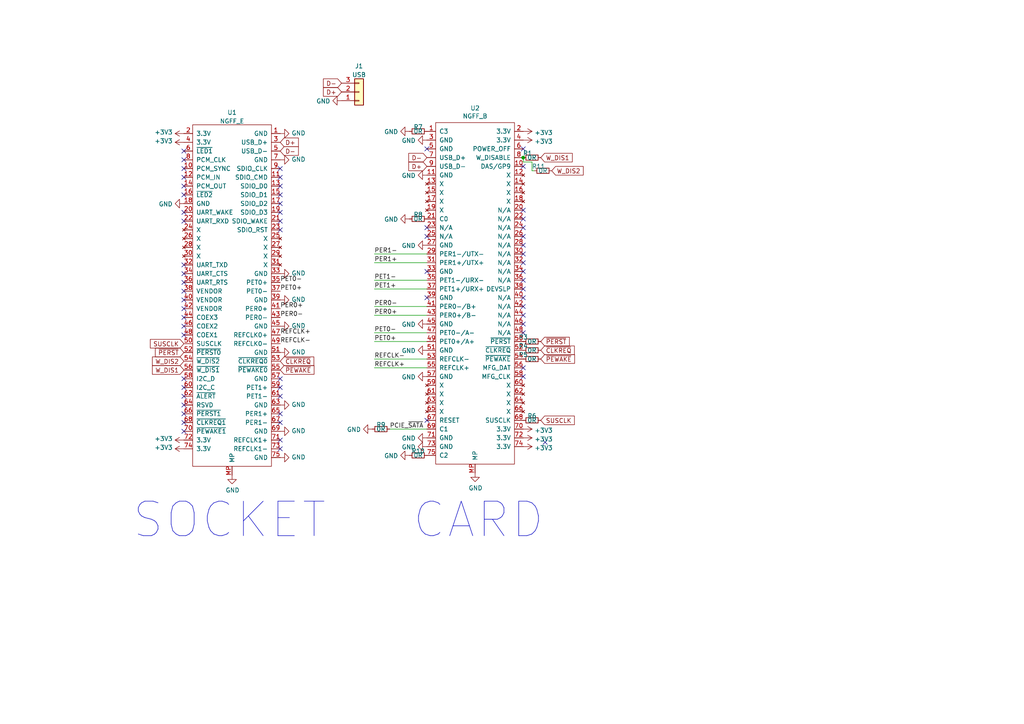
<source format=kicad_sch>
(kicad_sch (version 20211123) (generator eeschema)
  (paper "A4")
  (lib_symbols
    (symbol "Connector_Generic:Conn_01x03" (pin_names (offset 1.016) hide)
      (property "Reference" "J" (at 0 5.08 0))
      (property "Value" "Conn_01x03" (at 0 -5.08 0))
      (symbol "Conn_01x03_1_1"
        (rectangle (start -1.27 -2.413) (end 0 -2.667) (stroke (width 0.1524)))
        (rectangle (start -1.27 0.127) (end 0 -0.127) (stroke (width 0.1524)))
        (rectangle (start -1.27 2.667) (end 0 2.413) (stroke (width 0.1524)))
        (rectangle (start -1.27 3.81) (end 1.27 -3.81) (stroke (width 0.254)) (fill (type background)))
        (pin passive line (at -5.08 2.54 0) (length 3.81) (name "Pin_1") (number "1"))
        (pin passive line (at -5.08 0 0) (length 3.81) (name "Pin_2") (number "2"))
        (pin passive line (at -5.08 -2.54 0) (length 3.81) (name "Pin_3") (number "3"))
      )
    )
    (symbol "Device:R_Small" (pin_numbers hide) (pin_names (offset 0.254) hide)
      (property "Reference" "R" (at 0.762 0.508 0))
      (property "Value" "R_Small" (at 0.762 -1.016 0))
      (symbol "R_Small_0_1"
        (rectangle (start -0.762 1.778) (end 0.762 -1.778) (stroke (width 0.2032)))
      )
      (symbol "R_Small_1_1"
        (pin passive line (at 0 2.54 270) (length 0.762) (name "~") (number "1"))
        (pin passive line (at 0 -2.54 90) (length 0.762) (name "~") (number "2"))
      )
    )
    (symbol "nvme:NGFF_BM" (pin_names (offset 1.016))
      (property "Reference" "U" (at -10.16 35.56 0))
      (property "Value" "NGFF_BM" (at -7.62 -66.04 0))
      (symbol "NGFF_BM_0_1"
        (rectangle (start -11.43 34.29) (end 11.43 -64.77))
      )
      (symbol "NGFF_BM_1_1"
        (pin input line (at -13.97 31.75 0) (length 2.54) (name "C3") (number "1"))
        (pin input line (at 13.97 21.59 180) (length 2.54) (name "DAS/GP9") (number "10"))
        (pin input line (at -13.97 19.05 0) (length 2.54) (name "GND") (number "11"))
        (pin no_connect line (at 13.97 19.05 180) (length 2.54) (name "X") (number "12"))
        (pin no_connect line (at -13.97 16.51 0) (length 2.54) (name "X") (number "13"))
        (pin no_connect line (at 13.97 16.51 180) (length 2.54) (name "X") (number "14"))
        (pin no_connect line (at -13.97 13.97 0) (length 2.54) (name "X") (number "15"))
        (pin no_connect line (at 13.97 13.97 180) (length 2.54) (name "X") (number "16"))
        (pin no_connect line (at -13.97 11.43 0) (length 2.54) (name "X") (number "17"))
        (pin no_connect line (at 13.97 11.43 180) (length 2.54) (name "X") (number "18"))
        (pin no_connect line (at -13.97 8.89 0) (length 2.54) (name "X") (number "19"))
        (pin input line (at 13.97 31.75 180) (length 2.54) (name "3.3V") (number "2"))
        (pin input line (at 13.97 8.89 180) (length 2.54) (name "N/A") (number "20"))
        (pin input line (at -13.97 6.35 0) (length 2.54) (name "C0") (number "21"))
        (pin input line (at 13.97 6.35 180) (length 2.54) (name "N/A") (number "22"))
        (pin input line (at -13.97 3.81 0) (length 2.54) (name "N/A") (number "23"))
        (pin input line (at 13.97 3.81 180) (length 2.54) (name "N/A") (number "24"))
        (pin input line (at -13.97 1.27 0) (length 2.54) (name "N/A") (number "25"))
        (pin input line (at 13.97 1.27 180) (length 2.54) (name "N/A") (number "26"))
        (pin input line (at -13.97 -1.27 0) (length 2.54) (name "GND") (number "27"))
        (pin input line (at 13.97 -1.27 180) (length 2.54) (name "N/A") (number "28"))
        (pin input line (at -13.97 -3.81 0) (length 2.54) (name "PER1-/UTX-") (number "29"))
        (pin input line (at -13.97 29.21 0) (length 2.54) (name "GND") (number "3"))
        (pin input line (at 13.97 -3.81 180) (length 2.54) (name "N/A") (number "30"))
        (pin input line (at -13.97 -6.35 0) (length 2.54) (name "PER1+/UTX+") (number "31"))
        (pin input line (at 13.97 -6.35 180) (length 2.54) (name "N/A") (number "32"))
        (pin input line (at -13.97 -8.89 0) (length 2.54) (name "GND") (number "33"))
        (pin input line (at 13.97 -8.89 180) (length 2.54) (name "N/A") (number "34"))
        (pin input line (at -13.97 -11.43 0) (length 2.54) (name "PET1-/URX-") (number "35"))
        (pin input line (at 13.97 -11.43 180) (length 2.54) (name "N/A") (number "36"))
        (pin input line (at -13.97 -13.97 0) (length 2.54) (name "PET1+/URX+") (number "37"))
        (pin input line (at 13.97 -13.97 180) (length 2.54) (name "DEVSLP") (number "38"))
        (pin input line (at -13.97 -16.51 0) (length 2.54) (name "GND") (number "39"))
        (pin input line (at 13.97 29.21 180) (length 2.54) (name "3.3V") (number "4"))
        (pin input line (at 13.97 -16.51 180) (length 2.54) (name "N/A") (number "40"))
        (pin input line (at -13.97 -19.05 0) (length 2.54) (name "PER0-/B+") (number "41"))
        (pin input line (at 13.97 -19.05 180) (length 2.54) (name "N/A") (number "42"))
        (pin input line (at -13.97 -21.59 0) (length 2.54) (name "PER0+/B-") (number "43"))
        (pin input line (at 13.97 -21.59 180) (length 2.54) (name "N/A") (number "44"))
        (pin input line (at -13.97 -24.13 0) (length 2.54) (name "GND") (number "45"))
        (pin input line (at 13.97 -24.13 180) (length 2.54) (name "N/A") (number "46"))
        (pin input line (at -13.97 -26.67 0) (length 2.54) (name "PET0-/A-") (number "47"))
        (pin input line (at 13.97 -26.67 180) (length 2.54) (name "N/A") (number "48"))
        (pin input line (at -13.97 -29.21 0) (length 2.54) (name "PET0+/A+") (number "49"))
        (pin input line (at -13.97 26.67 0) (length 2.54) (name "GND") (number "5"))
        (pin input line (at 13.97 -29.21 180) (length 2.54) (name "~{PERST}") (number "50"))
        (pin input line (at -13.97 -31.75 0) (length 2.54) (name "GND") (number "51"))
        (pin input line (at 13.97 -31.75 180) (length 2.54) (name "~{CLKREQ}") (number "52"))
        (pin input line (at -13.97 -34.29 0) (length 2.54) (name "REFCLK-") (number "53"))
        (pin input line (at 13.97 -34.29 180) (length 2.54) (name "~{PEWAKE}") (number "54"))
        (pin input line (at -13.97 -36.83 0) (length 2.54) (name "REFCLK+") (number "55"))
        (pin input line (at 13.97 -36.83 180) (length 2.54) (name "MFG_DAT") (number "56"))
        (pin input line (at -13.97 -39.37 0) (length 2.54) (name "GND") (number "57"))
        (pin input line (at 13.97 -39.37 180) (length 2.54) (name "MFG_CLK") (number "58"))
        (pin no_connect line (at -13.97 -41.91 0) (length 2.54) (name "X") (number "59"))
        (pin input line (at 13.97 26.67 180) (length 2.54) (name "POWER_OFF") (number "6"))
        (pin no_connect line (at 13.97 -41.91 180) (length 2.54) (name "X") (number "60"))
        (pin no_connect line (at -13.97 -44.45 0) (length 2.54) (name "X") (number "61"))
        (pin no_connect line (at 13.97 -44.45 180) (length 2.54) (name "X") (number "62"))
        (pin no_connect line (at -13.97 -46.99 0) (length 2.54) (name "X") (number "63"))
        (pin no_connect line (at 13.97 -46.99 180) (length 2.54) (name "X") (number "64"))
        (pin no_connect line (at -13.97 -49.53 0) (length 2.54) (name "X") (number "65"))
        (pin no_connect line (at 13.97 -49.53 180) (length 2.54) (name "X") (number "66"))
        (pin input line (at -13.97 -52.07 0) (length 2.54) (name "RESET") (number "67"))
        (pin input line (at 13.97 -52.07 180) (length 2.54) (name "SUSCLK") (number "68"))
        (pin input line (at -13.97 -54.61 0) (length 2.54) (name "C1") (number "69"))
        (pin input line (at -13.97 24.13 0) (length 2.54) (name "USB_D+") (number "7"))
        (pin input line (at 13.97 -54.61 180) (length 2.54) (name "3.3V") (number "70"))
        (pin input line (at -13.97 -57.15 0) (length 2.54) (name "GND") (number "71"))
        (pin input line (at 13.97 -57.15 180) (length 2.54) (name "3.3V") (number "72"))
        (pin input line (at -13.97 -59.69 0) (length 2.54) (name "GND") (number "73"))
        (pin input line (at 13.97 -59.69 180) (length 2.54) (name "3.3V") (number "74"))
        (pin input line (at -13.97 -62.23 0) (length 2.54) (name "C2") (number "75"))
        (pin input line (at 13.97 24.13 180) (length 2.54) (name "W_DISABLE") (number "8"))
        (pin input line (at -13.97 21.59 0) (length 2.54) (name "USB_D-") (number "9"))
        (pin input line (at 0 -67.31 90) (length 2.54) (name "MP") (number "MP"))
      )
    )
    (symbol "nvme:NGFF_E" (pin_names (offset 1.016))
      (property "Reference" "U" (at -10.16 35.56 0))
      (property "Value" "NGFF_E" (at -7.62 -66.04 0))
      (symbol "NGFF_E_0_1"
        (rectangle (start -11.43 34.29) (end 11.43 -64.77))
      )
      (symbol "NGFF_E_1_1"
        (pin input line (at -13.97 31.75 0) (length 2.54) (name "GND") (number "1"))
        (pin input line (at 13.97 21.59 180) (length 2.54) (name "PCM_SYNC") (number "10"))
        (pin input line (at -13.97 19.05 0) (length 2.54) (name "SDIO_CMD") (number "11"))
        (pin input line (at 13.97 19.05 180) (length 2.54) (name "PCM_IN") (number "12"))
        (pin input line (at -13.97 16.51 0) (length 2.54) (name "SDIO_D0") (number "13"))
        (pin input line (at 13.97 16.51 180) (length 2.54) (name "PCM_OUT") (number "14"))
        (pin input line (at -13.97 13.97 0) (length 2.54) (name "SDIO_D1") (number "15"))
        (pin input line (at 13.97 13.97 180) (length 2.54) (name "~{LED2}") (number "16"))
        (pin input line (at -13.97 11.43 0) (length 2.54) (name "SDIO_D2") (number "17"))
        (pin input line (at 13.97 11.43 180) (length 2.54) (name "GND") (number "18"))
        (pin input line (at -13.97 8.89 0) (length 2.54) (name "SDIO_D3") (number "19"))
        (pin input line (at 13.97 31.75 180) (length 2.54) (name "3.3V") (number "2"))
        (pin input line (at 13.97 8.89 180) (length 2.54) (name "UART_WAKE") (number "20"))
        (pin input line (at -13.97 6.35 0) (length 2.54) (name "SDIO_WAKE") (number "21"))
        (pin input line (at 13.97 6.35 180) (length 2.54) (name "UART_RXD") (number "22"))
        (pin input line (at -13.97 3.81 0) (length 2.54) (name "SDIO_RST") (number "23"))
        (pin no_connect line (at 13.97 3.81 180) (length 2.54) (name "X") (number "24"))
        (pin no_connect line (at -13.97 1.27 0) (length 2.54) (name "X") (number "25"))
        (pin no_connect line (at 13.97 1.27 180) (length 2.54) (name "X") (number "26"))
        (pin no_connect line (at -13.97 -1.27 0) (length 2.54) (name "X") (number "27"))
        (pin no_connect line (at 13.97 -1.27 180) (length 2.54) (name "X") (number "28"))
        (pin no_connect line (at -13.97 -3.81 0) (length 2.54) (name "X") (number "29"))
        (pin input line (at -13.97 29.21 0) (length 2.54) (name "USB_D+") (number "3"))
        (pin no_connect line (at 13.97 -3.81 180) (length 2.54) (name "X") (number "30"))
        (pin no_connect line (at -13.97 -6.35 0) (length 2.54) (name "X") (number "31"))
        (pin input line (at 13.97 -6.35 180) (length 2.54) (name "UART_TXD") (number "32"))
        (pin input line (at -13.97 -8.89 0) (length 2.54) (name "GND") (number "33"))
        (pin input line (at 13.97 -8.89 180) (length 2.54) (name "UART_CTS") (number "34"))
        (pin input line (at -13.97 -11.43 0) (length 2.54) (name "PET0+") (number "35"))
        (pin input line (at 13.97 -11.43 180) (length 2.54) (name "UART_RTS") (number "36"))
        (pin input line (at -13.97 -13.97 0) (length 2.54) (name "PET0-") (number "37"))
        (pin input line (at 13.97 -13.97 180) (length 2.54) (name "VENDOR") (number "38"))
        (pin input line (at -13.97 -16.51 0) (length 2.54) (name "GND") (number "39"))
        (pin input line (at 13.97 29.21 180) (length 2.54) (name "3.3V") (number "4"))
        (pin input line (at 13.97 -16.51 180) (length 2.54) (name "VENDOR") (number "40"))
        (pin input line (at -13.97 -19.05 0) (length 2.54) (name "PER0+") (number "41"))
        (pin input line (at 13.97 -19.05 180) (length 2.54) (name "VENDOR") (number "42"))
        (pin input line (at -13.97 -21.59 0) (length 2.54) (name "PER0-") (number "43"))
        (pin input line (at 13.97 -21.59 180) (length 2.54) (name "COEX3") (number "44"))
        (pin input line (at -13.97 -24.13 0) (length 2.54) (name "GND") (number "45"))
        (pin input line (at 13.97 -24.13 180) (length 2.54) (name "COEX2") (number "46"))
        (pin input line (at -13.97 -26.67 0) (length 2.54) (name "REFCLK0+") (number "47"))
        (pin input line (at 13.97 -26.67 180) (length 2.54) (name "COEX1") (number "48"))
        (pin input line (at -13.97 -29.21 0) (length 2.54) (name "REFCLK0-") (number "49"))
        (pin input line (at -13.97 26.67 0) (length 2.54) (name "USB_D-") (number "5"))
        (pin input line (at 13.97 -29.21 180) (length 2.54) (name "SUSCLK") (number "50"))
        (pin input line (at -13.97 -31.75 0) (length 2.54) (name "GND") (number "51"))
        (pin input line (at 13.97 -31.75 180) (length 2.54) (name "~{PERST0}") (number "52"))
        (pin input line (at -13.97 -34.29 0) (length 2.54) (name "~{CLKREQ0}") (number "53"))
        (pin input line (at 13.97 -34.29 180) (length 2.54) (name "~{W_DIS2}") (number "54"))
        (pin input line (at -13.97 -36.83 0) (length 2.54) (name "~{PEWAKE0}") (number "55"))
        (pin input line (at 13.97 -36.83 180) (length 2.54) (name "~{W_DIS1}") (number "56"))
        (pin input line (at -13.97 -39.37 0) (length 2.54) (name "GND") (number "57"))
        (pin input line (at 13.97 -39.37 180) (length 2.54) (name "I2C_D") (number "58"))
        (pin input line (at -13.97 -41.91 0) (length 2.54) (name "PET1+") (number "59"))
        (pin input line (at 13.97 26.67 180) (length 2.54) (name "~{LED1}") (number "6"))
        (pin input line (at 13.97 -41.91 180) (length 2.54) (name "I2C_C") (number "60"))
        (pin input line (at -13.97 -44.45 0) (length 2.54) (name "PET1-") (number "61"))
        (pin input line (at 13.97 -44.45 180) (length 2.54) (name "~{ALERT}") (number "62"))
        (pin input line (at -13.97 -46.99 0) (length 2.54) (name "GND") (number "63"))
        (pin input line (at 13.97 -46.99 180) (length 2.54) (name "RSVD") (number "64"))
        (pin input line (at -13.97 -49.53 0) (length 2.54) (name "PER1+") (number "65"))
        (pin input line (at 13.97 -49.53 180) (length 2.54) (name "~{PERST1}") (number "66"))
        (pin input line (at -13.97 -52.07 0) (length 2.54) (name "PER1-") (number "67"))
        (pin input line (at 13.97 -52.07 180) (length 2.54) (name "~{CLKREQ1}") (number "68"))
        (pin input line (at -13.97 -54.61 0) (length 2.54) (name "GND") (number "69"))
        (pin input line (at -13.97 24.13 0) (length 2.54) (name "GND") (number "7"))
        (pin input line (at 13.97 -54.61 180) (length 2.54) (name "~{PEWAKE1}") (number "70"))
        (pin input line (at -13.97 -57.15 0) (length 2.54) (name "REFCLK1+") (number "71"))
        (pin input line (at 13.97 -57.15 180) (length 2.54) (name "3.3V") (number "72"))
        (pin input line (at -13.97 -59.69 0) (length 2.54) (name "REFCLK1-") (number "73"))
        (pin input line (at 13.97 -59.69 180) (length 2.54) (name "3.3V") (number "74"))
        (pin input line (at -13.97 -62.23 0) (length 2.54) (name "GND") (number "75"))
        (pin input line (at 13.97 24.13 180) (length 2.54) (name "PCM_CLK") (number "8"))
        (pin input line (at -13.97 21.59 0) (length 2.54) (name "SDIO_CLK") (number "9"))
        (pin input line (at 0 -67.31 90) (length 2.54) (name "MP") (number "MP"))
      )
    )
    (symbol "nvme_bm_to_m-rescue:+3.3V-power" (power) (pin_names (offset 0))
      (property "Value" "+3.3V-power" (at 0 3.556 0))
      (symbol "+3.3V-power_0_1"
        (polyline (pts (xy -0.762 1.27) (xy 0 2.54)))
        (polyline (pts (xy 0 0) (xy 0 2.54)))
        (polyline (pts (xy 0 2.54) (xy 0.762 1.27)))
      )
      (symbol "+3.3V-power_1_1"
        (pin power_in line (at 0 0 90) (length 0) hide (name "+3V3") (number "1"))
      )
    )
    (symbol "power:GND" (power) (pin_names (offset 0))
      (property "Value" "GND" (at 0 -3.81 0))
      (symbol "GND_0_1"
        (polyline (pts (xy 0 0) (xy 0 -1.27) (xy 1.27 -1.27) (xy 0 -2.54) (xy -1.27 -1.27) (xy 0 -1.27)))
      )
      (symbol "GND_1_1"
        (pin power_in line (at 0 0 270) (length 0) hide (name "GND") (number "1"))
      )
    )
  )
  (junction (at 151.765 45.72))
  (no_connect (at 151.765 73.66))
  (no_connect (at 151.765 109.22))
  (no_connect (at 123.825 68.58))
  (no_connect (at 151.765 96.52))
  (no_connect (at 81.28 130.175))
  (no_connect (at 151.765 63.5))
  (no_connect (at 151.765 106.68))
  (no_connect (at 53.34 84.455))
  (no_connect (at 53.34 81.915))
  (no_connect (at 53.34 79.375))
  (no_connect (at 53.34 61.595))
  (no_connect (at 53.34 76.835))
  (no_connect (at 53.34 64.135))
  (no_connect (at 123.825 66.04))
  (no_connect (at 81.28 64.135))
  (no_connect (at 151.765 93.98))
  (no_connect (at 81.28 109.855))
  (no_connect (at 81.28 61.595))
  (no_connect (at 81.28 48.895))
  (no_connect (at 81.28 53.975))
  (no_connect (at 81.28 51.435))
  (no_connect (at 123.825 121.92))
  (no_connect (at 81.28 120.015))
  (no_connect (at 81.28 122.555))
  (no_connect (at 53.34 125.095))
  (no_connect (at 53.34 122.555))
  (no_connect (at 53.34 120.015))
  (no_connect (at 53.34 117.475))
  (no_connect (at 53.34 114.935))
  (no_connect (at 53.34 112.395))
  (no_connect (at 53.34 109.855))
  (no_connect (at 53.34 43.815))
  (no_connect (at 151.765 43.18))
  (no_connect (at 158.115 128.27))
  (no_connect (at 123.825 43.18))
  (no_connect (at 81.28 56.515))
  (no_connect (at 151.765 60.96))
  (no_connect (at 151.765 66.04))
  (no_connect (at 151.765 76.2))
  (no_connect (at 123.825 78.74))
  (no_connect (at 123.825 86.36))
  (no_connect (at 151.765 91.44))
  (no_connect (at 151.765 68.58))
  (no_connect (at 53.34 97.155))
  (no_connect (at 53.34 94.615))
  (no_connect (at 53.34 92.075))
  (no_connect (at 53.34 89.535))
  (no_connect (at 53.34 86.995))
  (no_connect (at 151.765 86.36))
  (no_connect (at 53.34 48.895))
  (no_connect (at 53.34 51.435))
  (no_connect (at 53.34 53.975))
  (no_connect (at 53.34 56.515))
  (no_connect (at 151.765 81.28))
  (no_connect (at 81.28 112.395))
  (no_connect (at 81.28 127.635))
  (no_connect (at 151.765 78.74))
  (no_connect (at 81.28 59.055))
  (no_connect (at 53.34 46.355))
  (no_connect (at 151.765 83.82))
  (no_connect (at 81.28 66.675))
  (no_connect (at 151.765 71.12))
  (no_connect (at 151.765 88.9))
  (no_connect (at 151.765 48.26))
  (no_connect (at 81.28 114.935))
  (wire (pts (xy 123.825 81.28) (xy 108.585 81.28)))
  (wire (pts (xy 151.765 45.72) (xy 151.765 46.99)))
  (wire (pts (xy 151.765 46.99) (xy 154.305 46.99)))
  (wire (pts (xy 123.825 106.68) (xy 108.585 106.68)))
  (wire (pts (xy 123.825 99.06) (xy 108.585 99.06)))
  (wire (pts (xy 154.305 46.99) (xy 154.305 49.53)))
  (wire (pts (xy 123.825 76.2) (xy 108.585 76.2)))
  (wire (pts (xy 108.585 104.14) (xy 123.825 104.14)))
  (wire (pts (xy 108.585 96.52) (xy 123.825 96.52)))
  (wire (pts (xy 113.03 124.46) (xy 123.825 124.46)))
  (wire (pts (xy 108.585 83.82) (xy 123.825 83.82)))
  (wire (pts (xy 123.825 88.9) (xy 108.585 88.9)))
  (wire (pts (xy 154.305 49.53) (xy 154.94 49.53)))
  (wire (pts (xy 108.585 73.66) (xy 123.825 73.66)))
  (wire (pts (xy 108.585 91.44) (xy 123.825 91.44)))
  (text "CARD" (at 119.38 156.845 0) (effects (font (size 10.0076 10.0076)) (justify left bottom)))
  (text "SOCKET" (at 38.1 156.845 0) (effects (font (size 10.0076 10.0076)) (justify left bottom)))
  (label "REFCLK-" (at 108.585 104.14 0))
  (label "PET0+" (at 81.28 84.455 0))
  (label "PER1-" (at 108.585 73.66 0))
  (label "PET1+" (at 108.585 83.82 0))
  (label "PCIE_~{SATA}" (at 113.03 124.46 0))
  (label "PET0-" (at 108.585 96.52 0))
  (label "REFCLK+" (at 81.28 97.155 0))
  (label "PER0-" (at 81.28 92.075 0))
  (label "PER0+" (at 108.585 91.44 0))
  (label "PET0+" (at 108.585 99.06 0))
  (label "PER0+" (at 81.28 89.535 0))
  (label "PER0-" (at 108.585 88.9 0))
  (label "PET0-" (at 81.28 81.915 0))
  (label "REFCLK-" (at 81.28 99.695 0))
  (label "PET1-" (at 108.585 81.28 0))
  (label "REFCLK+" (at 108.585 106.68 0))
  (label "PER1+" (at 108.585 76.2 0))
  (global_label "D+" (shape input) (at 81.28 41.275 0) (property "Intersheet References" "${INTERSHEET_REFS}" (effects hide)))
  (global_label "W_DIS2" (shape input) (at 53.34 104.775 180) (property "Intersheet References" "${INTERSHEET_REFS}" (effects hide)))
  (global_label "D+" (shape input) (at 99.06 26.67 180) (property "Intersheet References" "${INTERSHEET_REFS}" (effects hide)))
  (global_label "~{PEWAKE}" (shape input) (at 81.28 107.315 0) (property "Intersheet References" "${INTERSHEET_REFS}" (effects hide)))
  (global_label "~{CLKREQ}" (shape input) (at 81.28 104.775 0) (property "Intersheet References" "${INTERSHEET_REFS}" (effects hide)))
  (global_label "SUSCLK" (shape input) (at 156.845 121.92 0) (property "Intersheet References" "${INTERSHEET_REFS}" (effects hide)))
  (global_label "~{CLKREQ}" (shape input) (at 156.845 101.6 0) (property "Intersheet References" "${INTERSHEET_REFS}" (effects hide)))
  (global_label "~{PERST}" (shape input) (at 53.34 102.235 180) (property "Intersheet References" "${INTERSHEET_REFS}" (effects hide)))
  (global_label "W_DIS1" (shape input) (at 53.34 107.315 180) (property "Intersheet References" "${INTERSHEET_REFS}" (effects hide)))
  (global_label "~{PEWAKE}" (shape input) (at 156.845 104.14 0) (property "Intersheet References" "${INTERSHEET_REFS}" (effects hide)))
  (global_label "D-" (shape input) (at 123.825 45.72 180) (property "Intersheet References" "${INTERSHEET_REFS}" (effects hide)))
  (global_label "W_DIS2" (shape input) (at 160.02 49.53 0) (property "Intersheet References" "${INTERSHEET_REFS}" (effects hide)))
  (global_label "W_DIS1" (shape input) (at 156.845 45.72 0) (property "Intersheet References" "${INTERSHEET_REFS}" (effects hide)))
  (global_label "~{PERST}" (shape input) (at 156.845 99.06 0) (property "Intersheet References" "${INTERSHEET_REFS}" (effects hide)))
  (global_label "D-" (shape input) (at 81.28 43.815 0) (property "Intersheet References" "${INTERSHEET_REFS}" (effects hide)))
  (global_label "SUSCLK" (shape input) (at 53.34 99.695 180) (property "Intersheet References" "${INTERSHEET_REFS}" (effects hide)))
  (global_label "D-" (shape input) (at 99.06 24.13 180) (property "Intersheet References" "${INTERSHEET_REFS}" (effects hide)))
  (global_label "D+" (shape input) (at 123.825 48.26 180) (property "Intersheet References" "${INTERSHEET_REFS}" (effects hide)))
  (symbol (lib_id "nvme:NGFF_BM") (at 137.795 69.85 0) (unit 1)
    (property "Reference" "U2" (at 137.795 31.369 0))
    (property "Value" "NGFF_B" (at 137.795 33.6804 0))
    (property "Footprint" "nvme_bm_to_m:NGFF_B+M" (effects hide))
  )
  (symbol (lib_id "power:GND") (at 123.825 129.54 270) (unit 1)
    (property "Reference" "#PWR0115" (effects hide))
    (property "Value" "GND" (at 120.5738 129.667 90) (effects (justify right)))
  )
  (symbol (lib_id "power:GND") (at 123.825 127 270) (unit 1)
    (property "Reference" "#PWR0116" (effects hide))
    (property "Value" "GND" (at 120.5738 127.127 90) (effects (justify right)))
  )
  (symbol (lib_id "power:GND") (at 123.825 109.22 270) (unit 1)
    (property "Reference" "#PWR0117" (effects hide))
    (property "Value" "GND" (at 120.5738 109.347 90) (effects (justify right)))
  )
  (symbol (lib_id "power:GND") (at 123.825 101.6 270) (unit 1)
    (property "Reference" "#PWR0118" (effects hide))
    (property "Value" "GND" (at 120.5738 101.727 90) (effects (justify right)))
  )
  (symbol (lib_id "power:GND") (at 123.825 93.98 270) (unit 1)
    (property "Reference" "#PWR0119" (effects hide))
    (property "Value" "GND" (at 120.5738 94.107 90) (effects (justify right)))
  )
  (symbol (lib_id "power:GND") (at 123.825 71.12 270) (unit 1)
    (property "Reference" "#PWR0122" (effects hide))
    (property "Value" "GND" (at 120.5738 71.247 90) (effects (justify right)))
  )
  (symbol (lib_id "power:GND") (at 123.825 40.64 270) (unit 1)
    (property "Reference" "#PWR0123" (effects hide))
    (property "Value" "GND" (at 120.5738 40.767 90) (effects (justify right)))
  )
  (symbol (lib_id "power:GND") (at 67.31 137.795 0) (unit 1)
    (property "Reference" "#PWR0142" (effects hide))
    (property "Value" "GND" (at 67.437 142.1892 0))
  )
  (symbol (lib_id "power:GND") (at 137.795 137.16 0) (unit 1)
    (property "Reference" "#PWR0143" (effects hide))
    (property "Value" "GND" (at 137.922 141.5542 0))
  )
  (symbol (lib_id "nvme_bm_to_m-rescue:+3.3V-power") (at 53.34 127.635 90) (unit 1)
    (property "Reference" "#PWR0125" (effects hide))
    (property "Value" "+3.3V" (at 50.0888 127.254 90) (effects (justify left)))
  )
  (symbol (lib_id "nvme_bm_to_m-rescue:+3.3V-power") (at 53.34 130.175 90) (unit 1)
    (property "Reference" "#PWR0126" (effects hide))
    (property "Value" "+3.3V" (at 50.0888 129.794 90) (effects (justify left)))
  )
  (symbol (lib_id "nvme_bm_to_m-rescue:+3.3V-power") (at 151.765 129.54 270) (unit 1)
    (property "Reference" "#PWR0127" (effects hide))
    (property "Value" "+3.3V" (at 155.0162 129.921 90) (effects (justify left)))
  )
  (symbol (lib_id "nvme_bm_to_m-rescue:+3.3V-power") (at 151.765 127 270) (unit 1)
    (property "Reference" "#PWR0128" (effects hide))
    (property "Value" "+3.3V" (at 155.0162 127.381 90) (effects (justify left)))
  )
  (symbol (lib_id "nvme_bm_to_m-rescue:+3.3V-power") (at 151.765 124.46 270) (unit 1)
    (property "Reference" "#PWR0129" (effects hide))
    (property "Value" "+3.3V" (at 155.0162 124.841 90) (effects (justify left)))
  )
  (symbol (lib_id "nvme_bm_to_m-rescue:+3.3V-power") (at 151.765 40.64 270) (unit 1)
    (property "Reference" "#PWR0130" (effects hide))
    (property "Value" "+3.3V" (at 155.0162 41.021 90) (effects (justify left)))
  )
  (symbol (lib_id "nvme_bm_to_m-rescue:+3.3V-power") (at 151.765 38.1 270) (unit 1)
    (property "Reference" "#PWR0131" (effects hide))
    (property "Value" "+3.3V" (at 155.0162 38.481 90) (effects (justify left)))
  )
  (symbol (lib_id "nvme_bm_to_m-rescue:+3.3V-power") (at 53.34 41.275 90) (unit 1)
    (property "Reference" "#PWR0133" (effects hide))
    (property "Value" "+3.3V" (at 50.0888 40.894 90) (effects (justify left)))
  )
  (symbol (lib_id "nvme_bm_to_m-rescue:+3.3V-power") (at 53.34 38.735 90) (unit 1)
    (property "Reference" "#PWR0134" (effects hide))
    (property "Value" "+3.3V" (at 50.0888 38.354 90) (effects (justify left)))
  )
  (symbol (lib_id "Device:R_Small") (at 154.305 121.92 270) (unit 1)
    (property "Reference" "R6" (at 154.305 120.65 90))
    (property "Value" "0R" (at 154.305 121.92 90))
    (property "Footprint" "Resistor_SMD:R_0402_1005Metric" (effects hide))
  )
  (symbol (lib_id "Device:R_Small") (at 154.305 104.14 270) (unit 1)
    (property "Reference" "R5" (at 151.765 102.87 90))
    (property "Value" "0R" (at 154.305 104.14 90))
    (property "Footprint" "Resistor_SMD:R_0402_1005Metric" (effects hide))
  )
  (symbol (lib_id "Device:R_Small") (at 154.305 101.6 270) (unit 1)
    (property "Reference" "R4" (at 151.765 100.33 90))
    (property "Value" "0R" (at 154.305 101.6 90))
    (property "Footprint" "Resistor_SMD:R_0402_1005Metric" (effects hide))
  )
  (symbol (lib_id "Device:R_Small") (at 154.305 99.06 270) (unit 1)
    (property "Reference" "R3" (at 151.765 97.79 90))
    (property "Value" "0R" (at 154.305 99.06 90))
    (property "Footprint" "Resistor_SMD:R_0402_1005Metric" (effects hide))
  )
  (symbol (lib_id "power:GND") (at 123.825 50.8 270) (unit 1)
    (property "Reference" "#PWR0138" (effects hide))
    (property "Value" "GND" (at 120.5738 50.927 90) (effects (justify right)))
  )
  (symbol (lib_id "power:GND") (at 99.06 29.21 270) (unit 1)
    (property "Reference" "#PWR0141" (effects hide))
    (property "Value" "GND" (at 95.8088 29.337 90) (effects (justify right)))
  )
  (symbol (lib_id "Device:R_Small") (at 110.49 124.46 270) (unit 1)
    (property "Reference" "R9" (at 110.49 123.19 90))
    (property "Value" "0R" (at 110.49 124.46 90))
    (property "Footprint" "Resistor_SMD:R_0402_1005Metric" (effects hide))
  )
  (symbol (lib_id "Device:R_Small") (at 121.285 63.5 270) (unit 1)
    (property "Reference" "R8" (at 121.285 62.23 90))
    (property "Value" "0R" (at 121.285 63.5 90))
    (property "Footprint" "Resistor_SMD:R_0402_1005Metric" (effects hide))
  )
  (symbol (lib_id "Device:R_Small") (at 121.285 38.1 270) (unit 1)
    (property "Reference" "R7" (at 121.285 36.83 90))
    (property "Value" "0R" (at 121.285 38.1 90))
    (property "Footprint" "Resistor_SMD:R_0402_1005Metric" (effects hide))
  )
  (symbol (lib_id "Device:R_Small") (at 121.285 132.08 270) (unit 1)
    (property "Reference" "R10" (at 121.285 130.81 90))
    (property "Value" "0R" (at 121.285 132.08 90))
    (property "Footprint" "Resistor_SMD:R_0402_1005Metric" (effects hide))
  )
  (symbol (lib_id "power:GND") (at 81.28 125.095 90) (unit 1)
    (property "Reference" "#PWR0104" (effects hide))
    (property "Value" "GND" (at 84.5312 124.968 90) (effects (justify right)))
  )
  (symbol (lib_id "power:GND") (at 81.28 94.615 90) (unit 1)
    (property "Reference" "#PWR0105" (effects hide))
    (property "Value" "GND" (at 84.5312 94.488 90) (effects (justify right)))
  )
  (symbol (lib_id "power:GND") (at 118.745 63.5 270) (unit 1)
    (property "Reference" "#PWR0114" (effects hide))
    (property "Value" "GND" (at 115.4938 63.627 90) (effects (justify right)))
  )
  (symbol (lib_id "Device:R_Small") (at 157.48 49.53 270) (unit 1)
    (property "Reference" "R11" (at 156.21 48.26 90))
    (property "Value" "0R" (at 157.48 49.53 90))
    (property "Footprint" "Resistor_SMD:R_0402_1005Metric" (effects hide))
  )
  (symbol (lib_id "power:GND") (at 81.28 38.735 90) (unit 1)
    (property "Reference" "#PWR0113" (effects hide))
    (property "Value" "GND" (at 84.5312 38.608 90) (effects (justify right)))
  )
  (symbol (lib_id "Device:R_Small") (at 154.305 45.72 270) (unit 1)
    (property "Reference" "R1" (at 153.035 44.45 90))
    (property "Value" "0R" (at 154.305 45.72 90))
    (property "Footprint" "Resistor_SMD:R_0402_1005Metric" (effects hide))
  )
  (symbol (lib_id "power:GND") (at 81.28 46.355 90) (unit 1)
    (property "Reference" "#PWR0112" (effects hide))
    (property "Value" "GND" (at 84.5312 46.228 90) (effects (justify right)))
  )
  (symbol (lib_id "power:GND") (at 81.28 102.235 90) (unit 1)
    (property "Reference" "#PWR0106" (effects hide))
    (property "Value" "GND" (at 84.5312 102.108 90) (effects (justify right)))
  )
  (symbol (lib_id "power:GND") (at 81.28 86.995 90) (unit 1)
    (property "Reference" "#PWR0101" (effects hide))
    (property "Value" "GND" (at 84.5312 86.868 90) (effects (justify right)))
  )
  (symbol (lib_id "power:GND") (at 53.34 59.055 270) (unit 1)
    (property "Reference" "#PWR0111" (effects hide))
    (property "Value" "GND" (at 50.0888 59.182 90) (effects (justify right)))
  )
  (symbol (lib_id "power:GND") (at 81.28 79.375 90) (unit 1)
    (property "Reference" "#PWR0102" (effects hide))
    (property "Value" "GND" (at 84.5312 79.248 90) (effects (justify right)))
  )
  (symbol (lib_id "power:GND") (at 81.28 117.475 90) (unit 1)
    (property "Reference" "#PWR0107" (effects hide))
    (property "Value" "GND" (at 84.5312 117.348 90) (effects (justify right)))
  )
  (symbol (lib_id "power:GND") (at 118.745 38.1 270) (unit 1)
    (property "Reference" "#PWR0124" (effects hide))
    (property "Value" "GND" (at 115.4938 38.227 90) (effects (justify right)))
  )
  (symbol (lib_id "power:GND") (at 118.745 132.08 270) (unit 1)
    (property "Reference" "#PWR0109" (effects hide))
    (property "Value" "GND" (at 115.4938 132.207 90) (effects (justify right)))
  )
  (symbol (lib_id "Connector_Generic:Conn_01x03") (at 104.14 26.67 0) (mirror x) (unit 1)
    (property "Reference" "J1" (at 104.14 19.1602 0))
    (property "Value" "USB" (at 104.14 21.6971 0))
    (property "Footprint" "Connector_PinHeader_2.00mm:PinHeader_1x03_P2.00mm_Vertical" (effects hide))
  )
  (symbol (lib_id "power:GND") (at 107.95 124.46 270) (unit 1)
    (property "Reference" "#PWR0110" (effects hide))
    (property "Value" "GND" (at 104.6988 124.587 90) (effects (justify right)))
  )
  (symbol (lib_id "power:GND") (at 81.28 132.715 90) (unit 1)
    (property "Reference" "#PWR0103" (effects hide))
    (property "Value" "GND" (at 84.5312 132.588 90) (effects (justify right)))
  )
  (symbol (lib_id "nvme:NGFF_E") (at 67.31 70.485 0) (mirror y) (unit 1)
    (property "Reference" "U1" (at 67.31 32.6222 0))
    (property "Value" "NGFF_E" (at 67.31 35.1591 0))
    (property "Footprint" "nvme_bm_to_m:Conn_TE-M.2-0.5-67P-doublesided_TypeE" (effects hide))
  )
)
</source>
